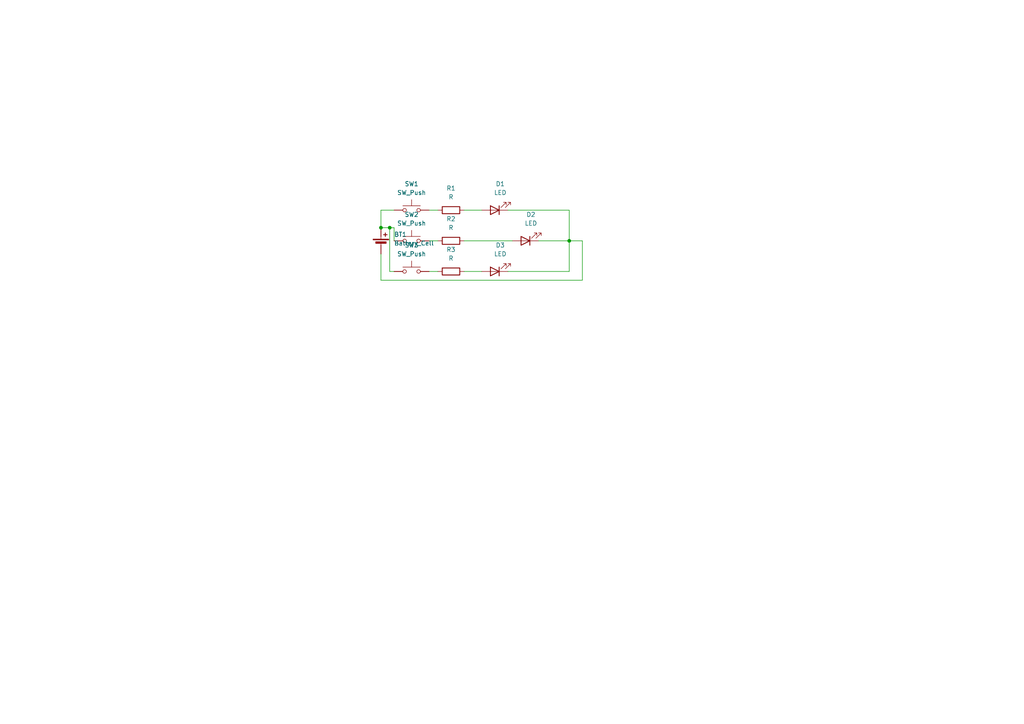
<source format=kicad_sch>
(kicad_sch
	(version 20250114)
	(generator "eeschema")
	(generator_version "9.0")
	(uuid "36f78a53-bf74-468f-b03b-366beb9e915e")
	(paper "A4")
	(lib_symbols
		(symbol "Device:Battery_Cell"
			(pin_numbers
				(hide yes)
			)
			(pin_names
				(offset 0)
				(hide yes)
			)
			(exclude_from_sim no)
			(in_bom yes)
			(on_board yes)
			(property "Reference" "BT"
				(at 2.54 2.54 0)
				(effects
					(font
						(size 1.27 1.27)
					)
					(justify left)
				)
			)
			(property "Value" "Battery_Cell"
				(at 2.54 0 0)
				(effects
					(font
						(size 1.27 1.27)
					)
					(justify left)
				)
			)
			(property "Footprint" ""
				(at 0 1.524 90)
				(effects
					(font
						(size 1.27 1.27)
					)
					(hide yes)
				)
			)
			(property "Datasheet" "~"
				(at 0 1.524 90)
				(effects
					(font
						(size 1.27 1.27)
					)
					(hide yes)
				)
			)
			(property "Description" "Single-cell battery"
				(at 0 0 0)
				(effects
					(font
						(size 1.27 1.27)
					)
					(hide yes)
				)
			)
			(property "ki_keywords" "battery cell"
				(at 0 0 0)
				(effects
					(font
						(size 1.27 1.27)
					)
					(hide yes)
				)
			)
			(symbol "Battery_Cell_0_1"
				(rectangle
					(start -2.286 1.778)
					(end 2.286 1.524)
					(stroke
						(width 0)
						(type default)
					)
					(fill
						(type outline)
					)
				)
				(rectangle
					(start -1.524 1.016)
					(end 1.524 0.508)
					(stroke
						(width 0)
						(type default)
					)
					(fill
						(type outline)
					)
				)
				(polyline
					(pts
						(xy 0 1.778) (xy 0 2.54)
					)
					(stroke
						(width 0)
						(type default)
					)
					(fill
						(type none)
					)
				)
				(polyline
					(pts
						(xy 0 0.762) (xy 0 0)
					)
					(stroke
						(width 0)
						(type default)
					)
					(fill
						(type none)
					)
				)
				(polyline
					(pts
						(xy 0.762 3.048) (xy 1.778 3.048)
					)
					(stroke
						(width 0.254)
						(type default)
					)
					(fill
						(type none)
					)
				)
				(polyline
					(pts
						(xy 1.27 3.556) (xy 1.27 2.54)
					)
					(stroke
						(width 0.254)
						(type default)
					)
					(fill
						(type none)
					)
				)
			)
			(symbol "Battery_Cell_1_1"
				(pin passive line
					(at 0 5.08 270)
					(length 2.54)
					(name "+"
						(effects
							(font
								(size 1.27 1.27)
							)
						)
					)
					(number "1"
						(effects
							(font
								(size 1.27 1.27)
							)
						)
					)
				)
				(pin passive line
					(at 0 -2.54 90)
					(length 2.54)
					(name "-"
						(effects
							(font
								(size 1.27 1.27)
							)
						)
					)
					(number "2"
						(effects
							(font
								(size 1.27 1.27)
							)
						)
					)
				)
			)
			(embedded_fonts no)
		)
		(symbol "Device:LED"
			(pin_numbers
				(hide yes)
			)
			(pin_names
				(offset 1.016)
				(hide yes)
			)
			(exclude_from_sim no)
			(in_bom yes)
			(on_board yes)
			(property "Reference" "D"
				(at 0 2.54 0)
				(effects
					(font
						(size 1.27 1.27)
					)
				)
			)
			(property "Value" "LED"
				(at 0 -2.54 0)
				(effects
					(font
						(size 1.27 1.27)
					)
				)
			)
			(property "Footprint" ""
				(at 0 0 0)
				(effects
					(font
						(size 1.27 1.27)
					)
					(hide yes)
				)
			)
			(property "Datasheet" "~"
				(at 0 0 0)
				(effects
					(font
						(size 1.27 1.27)
					)
					(hide yes)
				)
			)
			(property "Description" "Light emitting diode"
				(at 0 0 0)
				(effects
					(font
						(size 1.27 1.27)
					)
					(hide yes)
				)
			)
			(property "Sim.Pins" "1=K 2=A"
				(at 0 0 0)
				(effects
					(font
						(size 1.27 1.27)
					)
					(hide yes)
				)
			)
			(property "ki_keywords" "LED diode"
				(at 0 0 0)
				(effects
					(font
						(size 1.27 1.27)
					)
					(hide yes)
				)
			)
			(property "ki_fp_filters" "LED* LED_SMD:* LED_THT:*"
				(at 0 0 0)
				(effects
					(font
						(size 1.27 1.27)
					)
					(hide yes)
				)
			)
			(symbol "LED_0_1"
				(polyline
					(pts
						(xy -3.048 -0.762) (xy -4.572 -2.286) (xy -3.81 -2.286) (xy -4.572 -2.286) (xy -4.572 -1.524)
					)
					(stroke
						(width 0)
						(type default)
					)
					(fill
						(type none)
					)
				)
				(polyline
					(pts
						(xy -1.778 -0.762) (xy -3.302 -2.286) (xy -2.54 -2.286) (xy -3.302 -2.286) (xy -3.302 -1.524)
					)
					(stroke
						(width 0)
						(type default)
					)
					(fill
						(type none)
					)
				)
				(polyline
					(pts
						(xy -1.27 0) (xy 1.27 0)
					)
					(stroke
						(width 0)
						(type default)
					)
					(fill
						(type none)
					)
				)
				(polyline
					(pts
						(xy -1.27 -1.27) (xy -1.27 1.27)
					)
					(stroke
						(width 0.254)
						(type default)
					)
					(fill
						(type none)
					)
				)
				(polyline
					(pts
						(xy 1.27 -1.27) (xy 1.27 1.27) (xy -1.27 0) (xy 1.27 -1.27)
					)
					(stroke
						(width 0.254)
						(type default)
					)
					(fill
						(type none)
					)
				)
			)
			(symbol "LED_1_1"
				(pin passive line
					(at -3.81 0 0)
					(length 2.54)
					(name "K"
						(effects
							(font
								(size 1.27 1.27)
							)
						)
					)
					(number "1"
						(effects
							(font
								(size 1.27 1.27)
							)
						)
					)
				)
				(pin passive line
					(at 3.81 0 180)
					(length 2.54)
					(name "A"
						(effects
							(font
								(size 1.27 1.27)
							)
						)
					)
					(number "2"
						(effects
							(font
								(size 1.27 1.27)
							)
						)
					)
				)
			)
			(embedded_fonts no)
		)
		(symbol "Device:R"
			(pin_numbers
				(hide yes)
			)
			(pin_names
				(offset 0)
			)
			(exclude_from_sim no)
			(in_bom yes)
			(on_board yes)
			(property "Reference" "R"
				(at 2.032 0 90)
				(effects
					(font
						(size 1.27 1.27)
					)
				)
			)
			(property "Value" "R"
				(at 0 0 90)
				(effects
					(font
						(size 1.27 1.27)
					)
				)
			)
			(property "Footprint" ""
				(at -1.778 0 90)
				(effects
					(font
						(size 1.27 1.27)
					)
					(hide yes)
				)
			)
			(property "Datasheet" "~"
				(at 0 0 0)
				(effects
					(font
						(size 1.27 1.27)
					)
					(hide yes)
				)
			)
			(property "Description" "Resistor"
				(at 0 0 0)
				(effects
					(font
						(size 1.27 1.27)
					)
					(hide yes)
				)
			)
			(property "ki_keywords" "R res resistor"
				(at 0 0 0)
				(effects
					(font
						(size 1.27 1.27)
					)
					(hide yes)
				)
			)
			(property "ki_fp_filters" "R_*"
				(at 0 0 0)
				(effects
					(font
						(size 1.27 1.27)
					)
					(hide yes)
				)
			)
			(symbol "R_0_1"
				(rectangle
					(start -1.016 -2.54)
					(end 1.016 2.54)
					(stroke
						(width 0.254)
						(type default)
					)
					(fill
						(type none)
					)
				)
			)
			(symbol "R_1_1"
				(pin passive line
					(at 0 3.81 270)
					(length 1.27)
					(name "~"
						(effects
							(font
								(size 1.27 1.27)
							)
						)
					)
					(number "1"
						(effects
							(font
								(size 1.27 1.27)
							)
						)
					)
				)
				(pin passive line
					(at 0 -3.81 90)
					(length 1.27)
					(name "~"
						(effects
							(font
								(size 1.27 1.27)
							)
						)
					)
					(number "2"
						(effects
							(font
								(size 1.27 1.27)
							)
						)
					)
				)
			)
			(embedded_fonts no)
		)
		(symbol "Switch:SW_Push"
			(pin_numbers
				(hide yes)
			)
			(pin_names
				(offset 1.016)
				(hide yes)
			)
			(exclude_from_sim no)
			(in_bom yes)
			(on_board yes)
			(property "Reference" "SW"
				(at 1.27 2.54 0)
				(effects
					(font
						(size 1.27 1.27)
					)
					(justify left)
				)
			)
			(property "Value" "SW_Push"
				(at 0 -1.524 0)
				(effects
					(font
						(size 1.27 1.27)
					)
				)
			)
			(property "Footprint" ""
				(at 0 5.08 0)
				(effects
					(font
						(size 1.27 1.27)
					)
					(hide yes)
				)
			)
			(property "Datasheet" "~"
				(at 0 5.08 0)
				(effects
					(font
						(size 1.27 1.27)
					)
					(hide yes)
				)
			)
			(property "Description" "Push button switch, generic, two pins"
				(at 0 0 0)
				(effects
					(font
						(size 1.27 1.27)
					)
					(hide yes)
				)
			)
			(property "ki_keywords" "switch normally-open pushbutton push-button"
				(at 0 0 0)
				(effects
					(font
						(size 1.27 1.27)
					)
					(hide yes)
				)
			)
			(symbol "SW_Push_0_1"
				(circle
					(center -2.032 0)
					(radius 0.508)
					(stroke
						(width 0)
						(type default)
					)
					(fill
						(type none)
					)
				)
				(polyline
					(pts
						(xy 0 1.27) (xy 0 3.048)
					)
					(stroke
						(width 0)
						(type default)
					)
					(fill
						(type none)
					)
				)
				(circle
					(center 2.032 0)
					(radius 0.508)
					(stroke
						(width 0)
						(type default)
					)
					(fill
						(type none)
					)
				)
				(polyline
					(pts
						(xy 2.54 1.27) (xy -2.54 1.27)
					)
					(stroke
						(width 0)
						(type default)
					)
					(fill
						(type none)
					)
				)
				(pin passive line
					(at -5.08 0 0)
					(length 2.54)
					(name "1"
						(effects
							(font
								(size 1.27 1.27)
							)
						)
					)
					(number "1"
						(effects
							(font
								(size 1.27 1.27)
							)
						)
					)
				)
				(pin passive line
					(at 5.08 0 180)
					(length 2.54)
					(name "2"
						(effects
							(font
								(size 1.27 1.27)
							)
						)
					)
					(number "2"
						(effects
							(font
								(size 1.27 1.27)
							)
						)
					)
				)
			)
			(embedded_fonts no)
		)
	)
	(junction
		(at 165.1 69.85)
		(diameter 0)
		(color 0 0 0 0)
		(uuid "36c8c612-de8f-42df-b4c8-ac77bef086f5")
	)
	(junction
		(at 110.49 66.04)
		(diameter 0)
		(color 0 0 0 0)
		(uuid "5e7da9bb-531c-4936-89df-c190738947f7")
	)
	(junction
		(at 113.03 66.04)
		(diameter 0)
		(color 0 0 0 0)
		(uuid "cf7891ed-aeba-4102-aa77-3054260fad6d")
	)
	(wire
		(pts
			(xy 114.3 78.74) (xy 113.03 78.74)
		)
		(stroke
			(width 0)
			(type default)
		)
		(uuid "04f387fd-587c-4cb1-803d-f950ae920e77")
	)
	(wire
		(pts
			(xy 134.62 60.96) (xy 139.7 60.96)
		)
		(stroke
			(width 0)
			(type default)
		)
		(uuid "072adbeb-d80a-402e-a970-039acde6fbdf")
	)
	(wire
		(pts
			(xy 114.3 69.85) (xy 114.3 66.04)
		)
		(stroke
			(width 0)
			(type default)
		)
		(uuid "1fb8a64a-4d08-45c5-8b1b-39982a755b82")
	)
	(wire
		(pts
			(xy 113.03 66.04) (xy 114.3 66.04)
		)
		(stroke
			(width 0)
			(type default)
		)
		(uuid "218ff7c9-765b-4cc7-84ff-1811e8656407")
	)
	(wire
		(pts
			(xy 165.1 78.74) (xy 147.32 78.74)
		)
		(stroke
			(width 0)
			(type default)
		)
		(uuid "220f11db-223d-4fe8-b0f9-8b702db67048")
	)
	(wire
		(pts
			(xy 147.32 60.96) (xy 165.1 60.96)
		)
		(stroke
			(width 0)
			(type default)
		)
		(uuid "2f53bb04-efd5-496d-b0f6-2937d89da104")
	)
	(wire
		(pts
			(xy 134.62 69.85) (xy 148.59 69.85)
		)
		(stroke
			(width 0)
			(type default)
		)
		(uuid "6a2cc10f-457e-4dab-a0cc-2f4a2ff77032")
	)
	(wire
		(pts
			(xy 110.49 66.04) (xy 113.03 66.04)
		)
		(stroke
			(width 0)
			(type default)
		)
		(uuid "7ae04d58-935e-4d68-82e6-4aff55c8b2cc")
	)
	(wire
		(pts
			(xy 110.49 60.96) (xy 114.3 60.96)
		)
		(stroke
			(width 0)
			(type default)
		)
		(uuid "7c5699ea-e671-4728-936f-82bc68083238")
	)
	(wire
		(pts
			(xy 124.46 78.74) (xy 127 78.74)
		)
		(stroke
			(width 0)
			(type default)
		)
		(uuid "7e835c83-63f4-4bf8-b134-1603f9443aad")
	)
	(wire
		(pts
			(xy 110.49 66.04) (xy 110.49 60.96)
		)
		(stroke
			(width 0)
			(type default)
		)
		(uuid "8baec436-d1b5-4936-a0e9-f8dd64fafc1b")
	)
	(wire
		(pts
			(xy 113.03 78.74) (xy 113.03 66.04)
		)
		(stroke
			(width 0)
			(type default)
		)
		(uuid "9db6fb7c-b7bc-4600-864e-9d7375c5430f")
	)
	(wire
		(pts
			(xy 134.62 78.74) (xy 139.7 78.74)
		)
		(stroke
			(width 0)
			(type default)
		)
		(uuid "a376e508-3a85-41da-bca9-b51dcf46b8a6")
	)
	(wire
		(pts
			(xy 124.46 69.85) (xy 127 69.85)
		)
		(stroke
			(width 0)
			(type default)
		)
		(uuid "a8686017-2850-40c1-926b-bf3c6106688b")
	)
	(wire
		(pts
			(xy 124.46 60.96) (xy 127 60.96)
		)
		(stroke
			(width 0)
			(type default)
		)
		(uuid "ae95dec0-62e0-4166-b630-d73f8cbc1d9c")
	)
	(wire
		(pts
			(xy 165.1 69.85) (xy 156.21 69.85)
		)
		(stroke
			(width 0)
			(type default)
		)
		(uuid "b73e3a49-1732-42d9-873b-5fbe38df8c2e")
	)
	(wire
		(pts
			(xy 165.1 60.96) (xy 165.1 69.85)
		)
		(stroke
			(width 0)
			(type default)
		)
		(uuid "b8af2e61-c54a-4ba9-9f24-2d90490a2525")
	)
	(wire
		(pts
			(xy 168.91 81.28) (xy 168.91 69.85)
		)
		(stroke
			(width 0)
			(type default)
		)
		(uuid "ccfac79c-b2d0-4a91-ba1d-6c36759970e2")
	)
	(wire
		(pts
			(xy 168.91 69.85) (xy 165.1 69.85)
		)
		(stroke
			(width 0)
			(type default)
		)
		(uuid "d286fad7-c0f9-4a81-9fbf-8e30e4aba958")
	)
	(wire
		(pts
			(xy 165.1 69.85) (xy 165.1 78.74)
		)
		(stroke
			(width 0)
			(type default)
		)
		(uuid "db62c27f-1427-41a4-90d8-a3d73176892d")
	)
	(wire
		(pts
			(xy 110.49 73.66) (xy 110.49 81.28)
		)
		(stroke
			(width 0)
			(type default)
		)
		(uuid "eeb24ff9-5c4a-4cdb-9f60-bd3fabf385ce")
	)
	(wire
		(pts
			(xy 110.49 81.28) (xy 168.91 81.28)
		)
		(stroke
			(width 0)
			(type default)
		)
		(uuid "fa5e1902-c8c6-491f-a8ba-cf56b5457d7a")
	)
	(symbol
		(lib_id "Device:R")
		(at 130.81 69.85 90)
		(unit 1)
		(exclude_from_sim no)
		(in_bom yes)
		(on_board yes)
		(dnp no)
		(fields_autoplaced yes)
		(uuid "09bb10c2-6697-474b-a5ac-95dec586a944")
		(property "Reference" "R2"
			(at 130.81 63.5 90)
			(effects
				(font
					(size 1.27 1.27)
				)
			)
		)
		(property "Value" "R"
			(at 130.81 66.04 90)
			(effects
				(font
					(size 1.27 1.27)
				)
			)
		)
		(property "Footprint" "Resistor_THT:R_Axial_DIN0207_L6.3mm_D2.5mm_P7.62mm_Horizontal"
			(at 130.81 71.628 90)
			(effects
				(font
					(size 1.27 1.27)
				)
				(hide yes)
			)
		)
		(property "Datasheet" "~"
			(at 130.81 69.85 0)
			(effects
				(font
					(size 1.27 1.27)
				)
				(hide yes)
			)
		)
		(property "Description" "Resistor"
			(at 130.81 69.85 0)
			(effects
				(font
					(size 1.27 1.27)
				)
				(hide yes)
			)
		)
		(pin "2"
			(uuid "bef30162-990b-4829-bd3a-4a69230e97ef")
		)
		(pin "1"
			(uuid "ba520965-ecda-45b0-a30d-f2de21a317fd")
		)
		(instances
			(project "first_PcB"
				(path "/36f78a53-bf74-468f-b03b-366beb9e915e"
					(reference "R2")
					(unit 1)
				)
			)
		)
	)
	(symbol
		(lib_id "Switch:SW_Push")
		(at 119.38 78.74 0)
		(unit 1)
		(exclude_from_sim no)
		(in_bom yes)
		(on_board yes)
		(dnp no)
		(fields_autoplaced yes)
		(uuid "2b6c97b8-a70e-4eac-b412-95de7b35b20f")
		(property "Reference" "SW3"
			(at 119.38 71.12 0)
			(effects
				(font
					(size 1.27 1.27)
				)
			)
		)
		(property "Value" "SW_Push"
			(at 119.38 73.66 0)
			(effects
				(font
					(size 1.27 1.27)
				)
			)
		)
		(property "Footprint" "Button_Switch_THT:SW_PUSH_6mm"
			(at 119.38 73.66 0)
			(effects
				(font
					(size 1.27 1.27)
				)
				(hide yes)
			)
		)
		(property "Datasheet" "~"
			(at 119.38 73.66 0)
			(effects
				(font
					(size 1.27 1.27)
				)
				(hide yes)
			)
		)
		(property "Description" "Push button switch, generic, two pins"
			(at 119.38 78.74 0)
			(effects
				(font
					(size 1.27 1.27)
				)
				(hide yes)
			)
		)
		(pin "2"
			(uuid "21c243fb-b9cd-4728-ab65-d0fbe9f4c087")
		)
		(pin "1"
			(uuid "59fc3d27-07f6-46c8-a841-fa345accd7f8")
		)
		(instances
			(project "first_PcB"
				(path "/36f78a53-bf74-468f-b03b-366beb9e915e"
					(reference "SW3")
					(unit 1)
				)
			)
		)
	)
	(symbol
		(lib_id "Switch:SW_Push")
		(at 119.38 60.96 0)
		(unit 1)
		(exclude_from_sim no)
		(in_bom yes)
		(on_board yes)
		(dnp no)
		(fields_autoplaced yes)
		(uuid "4a1a3ab8-6e19-4d81-9a74-f2a83cbf5392")
		(property "Reference" "SW1"
			(at 119.38 53.34 0)
			(effects
				(font
					(size 1.27 1.27)
				)
			)
		)
		(property "Value" "SW_Push"
			(at 119.38 55.88 0)
			(effects
				(font
					(size 1.27 1.27)
				)
			)
		)
		(property "Footprint" "Button_Switch_THT:SW_PUSH_6mm"
			(at 119.38 55.88 0)
			(effects
				(font
					(size 1.27 1.27)
				)
				(hide yes)
			)
		)
		(property "Datasheet" "~"
			(at 119.38 55.88 0)
			(effects
				(font
					(size 1.27 1.27)
				)
				(hide yes)
			)
		)
		(property "Description" "Push button switch, generic, two pins"
			(at 119.38 60.96 0)
			(effects
				(font
					(size 1.27 1.27)
				)
				(hide yes)
			)
		)
		(pin "2"
			(uuid "b8537a8a-d2db-4b6a-9f81-d4f232ed4ca7")
		)
		(pin "1"
			(uuid "5a7ba7c3-45a4-491e-b28a-ef42cb01372d")
		)
		(instances
			(project ""
				(path "/36f78a53-bf74-468f-b03b-366beb9e915e"
					(reference "SW1")
					(unit 1)
				)
			)
		)
	)
	(symbol
		(lib_id "Device:Battery_Cell")
		(at 110.49 71.12 0)
		(unit 1)
		(exclude_from_sim no)
		(in_bom yes)
		(on_board yes)
		(dnp no)
		(fields_autoplaced yes)
		(uuid "6036caac-185c-46dc-9c00-7f546677831e")
		(property "Reference" "BT1"
			(at 114.3 68.0084 0)
			(effects
				(font
					(size 1.27 1.27)
				)
				(justify left)
			)
		)
		(property "Value" "Battery_Cell"
			(at 114.3 70.5484 0)
			(effects
				(font
					(size 1.27 1.27)
				)
				(justify left)
			)
		)
		(property "Footprint" "Battery:BatteryHolder_Keystone_3034_1x20mm"
			(at 110.49 69.596 90)
			(effects
				(font
					(size 1.27 1.27)
				)
				(hide yes)
			)
		)
		(property "Datasheet" "~"
			(at 110.49 69.596 90)
			(effects
				(font
					(size 1.27 1.27)
				)
				(hide yes)
			)
		)
		(property "Description" "Single-cell battery"
			(at 110.49 71.12 0)
			(effects
				(font
					(size 1.27 1.27)
				)
				(hide yes)
			)
		)
		(pin "2"
			(uuid "64a64808-a4c1-46a5-ab75-4c1784606bf2")
		)
		(pin "1"
			(uuid "fe1080b2-a321-4b5d-8064-4311fefbda4f")
		)
		(instances
			(project ""
				(path "/36f78a53-bf74-468f-b03b-366beb9e915e"
					(reference "BT1")
					(unit 1)
				)
			)
		)
	)
	(symbol
		(lib_id "Device:LED")
		(at 152.4 69.85 180)
		(unit 1)
		(exclude_from_sim no)
		(in_bom yes)
		(on_board yes)
		(dnp no)
		(fields_autoplaced yes)
		(uuid "60e203aa-4c8c-4b1b-bd55-b6bc48e0344a")
		(property "Reference" "D2"
			(at 153.9875 62.23 0)
			(effects
				(font
					(size 1.27 1.27)
				)
			)
		)
		(property "Value" "LED"
			(at 153.9875 64.77 0)
			(effects
				(font
					(size 1.27 1.27)
				)
			)
		)
		(property "Footprint" "LED_THT:LED_D5.0mm"
			(at 152.4 69.85 0)
			(effects
				(font
					(size 1.27 1.27)
				)
				(hide yes)
			)
		)
		(property "Datasheet" "~"
			(at 152.4 69.85 0)
			(effects
				(font
					(size 1.27 1.27)
				)
				(hide yes)
			)
		)
		(property "Description" "Light emitting diode"
			(at 152.4 69.85 0)
			(effects
				(font
					(size 1.27 1.27)
				)
				(hide yes)
			)
		)
		(property "Sim.Pins" "1=K 2=A"
			(at 152.4 69.85 0)
			(effects
				(font
					(size 1.27 1.27)
				)
				(hide yes)
			)
		)
		(pin "2"
			(uuid "bcc00535-4620-4164-affd-7d3179da6a0e")
		)
		(pin "1"
			(uuid "6a7c8bd3-a41c-4b79-8865-4d7883e3aa26")
		)
		(instances
			(project "first_PcB"
				(path "/36f78a53-bf74-468f-b03b-366beb9e915e"
					(reference "D2")
					(unit 1)
				)
			)
		)
	)
	(symbol
		(lib_id "Device:R")
		(at 130.81 78.74 90)
		(unit 1)
		(exclude_from_sim no)
		(in_bom yes)
		(on_board yes)
		(dnp no)
		(fields_autoplaced yes)
		(uuid "6bb1d99e-afeb-4432-b005-ee3ba95e8074")
		(property "Reference" "R3"
			(at 130.81 72.39 90)
			(effects
				(font
					(size 1.27 1.27)
				)
			)
		)
		(property "Value" "R"
			(at 130.81 74.93 90)
			(effects
				(font
					(size 1.27 1.27)
				)
			)
		)
		(property "Footprint" "Resistor_THT:R_Axial_DIN0207_L6.3mm_D2.5mm_P7.62mm_Horizontal"
			(at 130.81 80.518 90)
			(effects
				(font
					(size 1.27 1.27)
				)
				(hide yes)
			)
		)
		(property "Datasheet" "~"
			(at 130.81 78.74 0)
			(effects
				(font
					(size 1.27 1.27)
				)
				(hide yes)
			)
		)
		(property "Description" "Resistor"
			(at 130.81 78.74 0)
			(effects
				(font
					(size 1.27 1.27)
				)
				(hide yes)
			)
		)
		(pin "2"
			(uuid "8c5b4b50-1d86-42c6-8849-d458517dd633")
		)
		(pin "1"
			(uuid "cdc479ec-980b-426d-9aed-4d385636bcd0")
		)
		(instances
			(project "first_PcB"
				(path "/36f78a53-bf74-468f-b03b-366beb9e915e"
					(reference "R3")
					(unit 1)
				)
			)
		)
	)
	(symbol
		(lib_id "Device:LED")
		(at 143.51 78.74 180)
		(unit 1)
		(exclude_from_sim no)
		(in_bom yes)
		(on_board yes)
		(dnp no)
		(fields_autoplaced yes)
		(uuid "8aa0e36b-c3df-4c10-be8d-7777c2878e57")
		(property "Reference" "D3"
			(at 145.0975 71.12 0)
			(effects
				(font
					(size 1.27 1.27)
				)
			)
		)
		(property "Value" "LED"
			(at 145.0975 73.66 0)
			(effects
				(font
					(size 1.27 1.27)
				)
			)
		)
		(property "Footprint" "LED_THT:LED_D5.0mm"
			(at 143.51 78.74 0)
			(effects
				(font
					(size 1.27 1.27)
				)
				(hide yes)
			)
		)
		(property "Datasheet" "~"
			(at 143.51 78.74 0)
			(effects
				(font
					(size 1.27 1.27)
				)
				(hide yes)
			)
		)
		(property "Description" "Light emitting diode"
			(at 143.51 78.74 0)
			(effects
				(font
					(size 1.27 1.27)
				)
				(hide yes)
			)
		)
		(property "Sim.Pins" "1=K 2=A"
			(at 143.51 78.74 0)
			(effects
				(font
					(size 1.27 1.27)
				)
				(hide yes)
			)
		)
		(pin "2"
			(uuid "057721c8-5df2-4719-891d-2a0eea379ac4")
		)
		(pin "1"
			(uuid "59378505-58d2-4e17-91b3-056466600e9d")
		)
		(instances
			(project "first_PcB"
				(path "/36f78a53-bf74-468f-b03b-366beb9e915e"
					(reference "D3")
					(unit 1)
				)
			)
		)
	)
	(symbol
		(lib_id "Device:R")
		(at 130.81 60.96 90)
		(unit 1)
		(exclude_from_sim no)
		(in_bom yes)
		(on_board yes)
		(dnp no)
		(fields_autoplaced yes)
		(uuid "9942c298-f1fd-45b0-87d1-8ef477919da8")
		(property "Reference" "R1"
			(at 130.81 54.61 90)
			(effects
				(font
					(size 1.27 1.27)
				)
			)
		)
		(property "Value" "R"
			(at 130.81 57.15 90)
			(effects
				(font
					(size 1.27 1.27)
				)
			)
		)
		(property "Footprint" "Resistor_THT:R_Axial_DIN0207_L6.3mm_D2.5mm_P7.62mm_Horizontal"
			(at 130.81 62.738 90)
			(effects
				(font
					(size 1.27 1.27)
				)
				(hide yes)
			)
		)
		(property "Datasheet" "~"
			(at 130.81 60.96 0)
			(effects
				(font
					(size 1.27 1.27)
				)
				(hide yes)
			)
		)
		(property "Description" "Resistor"
			(at 130.81 60.96 0)
			(effects
				(font
					(size 1.27 1.27)
				)
				(hide yes)
			)
		)
		(pin "2"
			(uuid "07c5e893-199e-4457-8e15-2e6d9c774442")
		)
		(pin "1"
			(uuid "891e3e02-dff2-48e5-90c4-a90a6670c303")
		)
		(instances
			(project ""
				(path "/36f78a53-bf74-468f-b03b-366beb9e915e"
					(reference "R1")
					(unit 1)
				)
			)
		)
	)
	(symbol
		(lib_id "Switch:SW_Push")
		(at 119.38 69.85 0)
		(unit 1)
		(exclude_from_sim no)
		(in_bom yes)
		(on_board yes)
		(dnp no)
		(fields_autoplaced yes)
		(uuid "affb92e6-b360-4152-b0a6-286a8931c836")
		(property "Reference" "SW2"
			(at 119.38 62.23 0)
			(effects
				(font
					(size 1.27 1.27)
				)
			)
		)
		(property "Value" "SW_Push"
			(at 119.38 64.77 0)
			(effects
				(font
					(size 1.27 1.27)
				)
			)
		)
		(property "Footprint" "Button_Switch_THT:SW_PUSH_6mm"
			(at 119.38 64.77 0)
			(effects
				(font
					(size 1.27 1.27)
				)
				(hide yes)
			)
		)
		(property "Datasheet" "~"
			(at 119.38 64.77 0)
			(effects
				(font
					(size 1.27 1.27)
				)
				(hide yes)
			)
		)
		(property "Description" "Push button switch, generic, two pins"
			(at 119.38 69.85 0)
			(effects
				(font
					(size 1.27 1.27)
				)
				(hide yes)
			)
		)
		(pin "2"
			(uuid "5d859094-0961-43c8-a079-b01b1b49d872")
		)
		(pin "1"
			(uuid "911cd6b6-9da8-4378-9b41-8cccd433e4cc")
		)
		(instances
			(project "first_PcB"
				(path "/36f78a53-bf74-468f-b03b-366beb9e915e"
					(reference "SW2")
					(unit 1)
				)
			)
		)
	)
	(symbol
		(lib_id "Device:LED")
		(at 143.51 60.96 180)
		(unit 1)
		(exclude_from_sim no)
		(in_bom yes)
		(on_board yes)
		(dnp no)
		(fields_autoplaced yes)
		(uuid "efd90e74-0521-4d6f-9a2b-ea54d35028fe")
		(property "Reference" "D1"
			(at 145.0975 53.34 0)
			(effects
				(font
					(size 1.27 1.27)
				)
			)
		)
		(property "Value" "LED"
			(at 145.0975 55.88 0)
			(effects
				(font
					(size 1.27 1.27)
				)
			)
		)
		(property "Footprint" "LED_THT:LED_D5.0mm"
			(at 143.51 60.96 0)
			(effects
				(font
					(size 1.27 1.27)
				)
				(hide yes)
			)
		)
		(property "Datasheet" "~"
			(at 143.51 60.96 0)
			(effects
				(font
					(size 1.27 1.27)
				)
				(hide yes)
			)
		)
		(property "Description" "Light emitting diode"
			(at 143.51 60.96 0)
			(effects
				(font
					(size 1.27 1.27)
				)
				(hide yes)
			)
		)
		(property "Sim.Pins" "1=K 2=A"
			(at 143.51 60.96 0)
			(effects
				(font
					(size 1.27 1.27)
				)
				(hide yes)
			)
		)
		(pin "2"
			(uuid "5945a2f4-68c2-47cd-8ed8-6276453f0136")
		)
		(pin "1"
			(uuid "a5c32be3-ca37-48b0-be28-1cb916cfa82e")
		)
		(instances
			(project ""
				(path "/36f78a53-bf74-468f-b03b-366beb9e915e"
					(reference "D1")
					(unit 1)
				)
			)
		)
	)
	(sheet_instances
		(path "/"
			(page "1")
		)
	)
	(embedded_fonts no)
)

</source>
